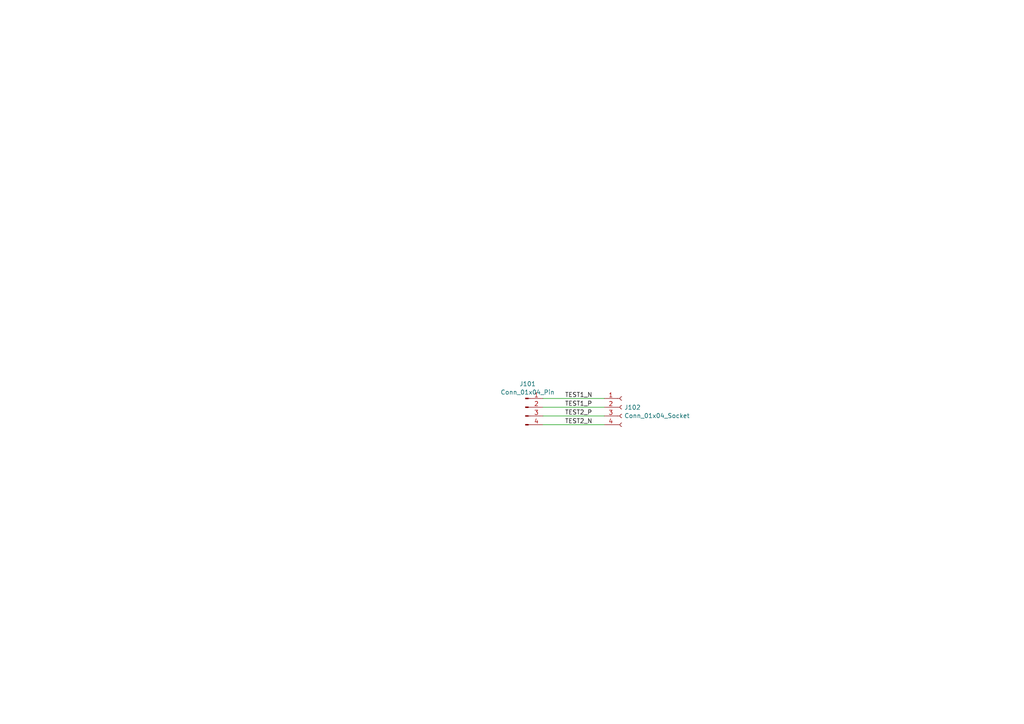
<source format=kicad_sch>
(kicad_sch (version 20231120) (generator "eeschema") (generator_version "8.0")
  (paper "A4")
  (lib_symbols
    (symbol "Connector:Conn_01x04_Pin" (pin_names (offset 1.016) hide)
      (property "Reference" "J" (at 0 5.08 0))
      (property "Value" "Conn_01x04_Pin" (at 0 -7.62 0))
      (symbol "Conn_01x04_Pin_1_1"
        (polyline (pts (xy 1.27 -5.08) (xy 0.8636 -5.08)) (stroke (width 0.1524)))
        (polyline (pts (xy 1.27 -2.54) (xy 0.8636 -2.54)) (stroke (width 0.1524)))
        (polyline (pts (xy 1.27 0) (xy 0.8636 0)) (stroke (width 0.1524)))
        (polyline (pts (xy 1.27 2.54) (xy 0.8636 2.54)) (stroke (width 0.1524)))
        (rectangle (start 0.8636 -4.953) (end 0 -5.207) (stroke (width 0.1524)) (fill (type outline)))
        (rectangle (start 0.8636 -2.413) (end 0 -2.667) (stroke (width 0.1524)) (fill (type outline)))
        (rectangle (start 0.8636 0.127) (end 0 -0.127) (stroke (width 0.1524)) (fill (type outline)))
        (rectangle (start 0.8636 2.667) (end 0 2.413) (stroke (width 0.1524)) (fill (type outline)))
        (pin passive line (at 5.08 2.54 180) (length 3.81) (name "Pin_1") (number "1"))
        (pin passive line (at 5.08 0 180) (length 3.81) (name "Pin_2") (number "2"))
        (pin passive line (at 5.08 -2.54 180) (length 3.81) (name "Pin_3") (number "3"))
        (pin passive line (at 5.08 -5.08 180) (length 3.81) (name "Pin_4") (number "4"))
      )
    )
    (symbol "Connector:Conn_01x04_Socket" (pin_names (offset 1.016) hide)
      (property "Reference" "J" (at 0 5.08 0))
      (property "Value" "Conn_01x04_Socket" (at 0 -7.62 0))
      (symbol "Conn_01x04_Socket_1_1"
        (arc (start 0 -4.572) (mid -0.5058 -5.08) (end 0 -5.588) (stroke (width 0.1524)))
        (arc (start 0 -2.032) (mid -0.5058 -2.54) (end 0 -3.048) (stroke (width 0.1524)))
        (polyline (pts (xy -1.27 -5.08) (xy -0.508 -5.08)) (stroke (width 0.1524)))
        (polyline (pts (xy -1.27 -2.54) (xy -0.508 -2.54)) (stroke (width 0.1524)))
        (polyline (pts (xy -1.27 0) (xy -0.508 0)) (stroke (width 0.1524)))
        (polyline (pts (xy -1.27 2.54) (xy -0.508 2.54)) (stroke (width 0.1524)))
        (arc (start 0 0.508) (mid -0.5058 0) (end 0 -0.508) (stroke (width 0.1524)))
        (arc (start 0 3.048) (mid -0.5058 2.54) (end 0 2.032) (stroke (width 0.1524)))
        (pin passive line (at -5.08 2.54 0) (length 3.81) (name "Pin_1") (number "1"))
        (pin passive line (at -5.08 0 0) (length 3.81) (name "Pin_2") (number "2"))
        (pin passive line (at -5.08 -2.54 0) (length 3.81) (name "Pin_3") (number "3"))
        (pin passive line (at -5.08 -5.08 0) (length 3.81) (name "Pin_4") (number "4"))
      )
    )
  )
  (wire (pts (xy 157.48 115.57) (xy 175.26 115.57)))
  (wire (pts (xy 157.48 118.11) (xy 175.26 118.11)))
  (wire (pts (xy 157.48 123.19) (xy 175.26 123.19)))
  (wire (pts (xy 157.48 120.65) (xy 175.26 120.65)))
  (label "TEST1_P" (at 163.83 118.11 0))
  (label "TEST2_N" (at 163.83 123.19 0))
  (label "TEST1_N" (at 163.83 115.57 0))
  (label "TEST2_P" (at 163.83 120.65 0))
  (symbol (lib_id "Connector:Conn_01x04_Socket") (at 180.34 118.11 0) (unit 1)
    (property "Reference" "J102" (at 181.0512 118.1678 0) (effects (justify left)))
    (property "Value" "Conn_01x04_Socket" (at 181.0512 120.5921 0) (effects (justify left)))
    (property "Footprint" "Connector_PinSocket_2.54mm:PinSocket_1x04_P2.54mm_Vertical" (effects (hide yes)))
    (property "Description" "Generic connector, single row, 01x04, script generated" (effects (hide yes)))
  )
  (symbol (lib_id "Connector:Conn_01x04_Pin") (at 152.4 118.11 0) (unit 1)
    (property "Reference" "J101" (at 153.035 111.3493 0))
    (property "Value" "Conn_01x04_Pin" (at 153.035 113.7736 0))
    (property "Footprint" "Connector_PinHeader_2.54mm:PinHeader_1x04_P2.54mm_Vertical" (effects (hide yes)))
    (property "Description" "Generic connector, single row, 01x04, script generated" (effects (hide yes)))
  )
)
</source>
